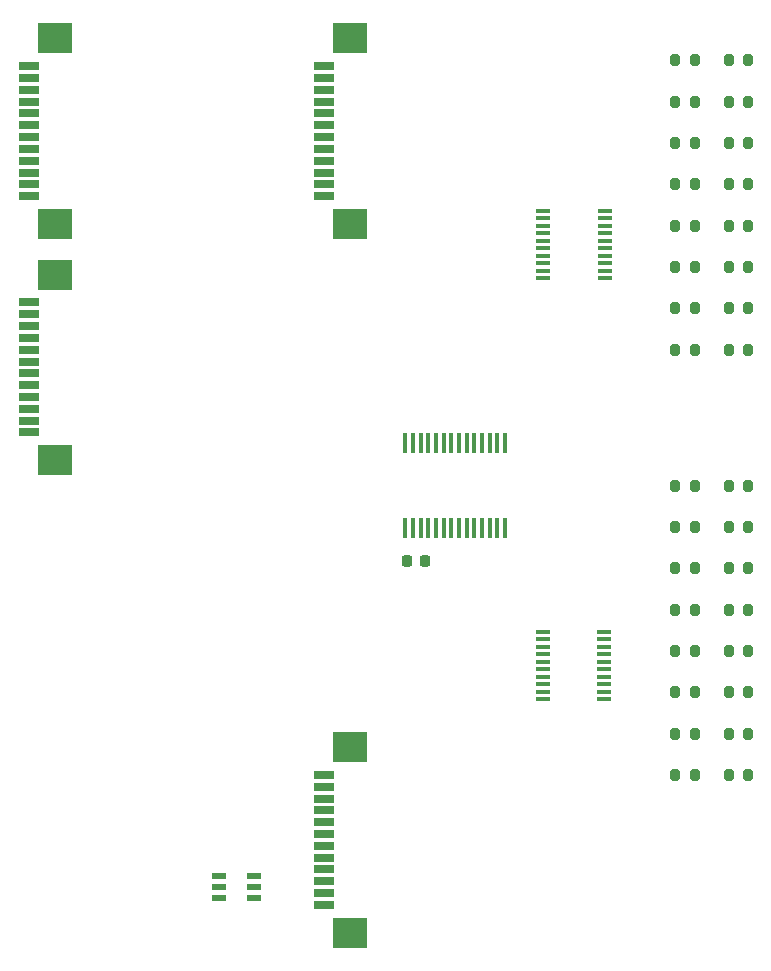
<source format=gbr>
%TF.GenerationSoftware,KiCad,Pcbnew,9.0.2*%
%TF.CreationDate,2025-06-20T11:17:31+03:00*%
%TF.ProjectId,PMCNV-DI16sink,504d434e-562d-4444-9931-3673696e6b2e,rev?*%
%TF.SameCoordinates,Original*%
%TF.FileFunction,Paste,Top*%
%TF.FilePolarity,Positive*%
%FSLAX46Y46*%
G04 Gerber Fmt 4.6, Leading zero omitted, Abs format (unit mm)*
G04 Created by KiCad (PCBNEW 9.0.2) date 2025-06-20 11:17:31*
%MOMM*%
%LPD*%
G01*
G04 APERTURE LIST*
G04 Aperture macros list*
%AMRoundRect*
0 Rectangle with rounded corners*
0 $1 Rounding radius*
0 $2 $3 $4 $5 $6 $7 $8 $9 X,Y pos of 4 corners*
0 Add a 4 corners polygon primitive as box body*
4,1,4,$2,$3,$4,$5,$6,$7,$8,$9,$2,$3,0*
0 Add four circle primitives for the rounded corners*
1,1,$1+$1,$2,$3*
1,1,$1+$1,$4,$5*
1,1,$1+$1,$6,$7*
1,1,$1+$1,$8,$9*
0 Add four rect primitives between the rounded corners*
20,1,$1+$1,$2,$3,$4,$5,0*
20,1,$1+$1,$4,$5,$6,$7,0*
20,1,$1+$1,$6,$7,$8,$9,0*
20,1,$1+$1,$8,$9,$2,$3,0*%
G04 Aperture macros list end*
%ADD10RoundRect,0.200000X-0.200000X-0.275000X0.200000X-0.275000X0.200000X0.275000X-0.200000X0.275000X0*%
%ADD11R,1.803400X0.635000*%
%ADD12R,2.997200X2.590800*%
%ADD13R,1.181100X0.558800*%
%ADD14R,1.200000X0.400000*%
%ADD15RoundRect,0.225000X0.225000X0.250000X-0.225000X0.250000X-0.225000X-0.250000X0.225000X-0.250000X0*%
%ADD16R,0.431800X1.655601*%
G04 APERTURE END LIST*
D10*
%TO.C,R31*%
X25675000Y-21000000D03*
X27325000Y-21000000D03*
%TD*%
D11*
%TO.C,JM3*%
X-33556000Y4500008D03*
X-33556000Y5500006D03*
X-33556000Y6500004D03*
X-33556000Y7500002D03*
X-33556000Y8500000D03*
X-33556000Y9500000D03*
X-33556000Y10500000D03*
X-33556000Y11500000D03*
X-33556000Y12499998D03*
X-33556000Y13499996D03*
X-33556000Y14499994D03*
X-33556000Y15499992D03*
D12*
X-31385999Y2149997D03*
X-31385999Y17850003D03*
%TD*%
D11*
%TO.C,JM1*%
X-33556000Y24500008D03*
X-33556000Y25500006D03*
X-33556000Y26500004D03*
X-33556000Y27500002D03*
X-33556000Y28500000D03*
X-33556000Y29500000D03*
X-33556000Y30500000D03*
X-33556000Y31500000D03*
X-33556000Y32499998D03*
X-33556000Y33499996D03*
X-33556000Y34499994D03*
X-33556000Y35499992D03*
D12*
X-31385999Y22149997D03*
X-31385999Y37850003D03*
%TD*%
D13*
%TO.C,U4*%
X-17466850Y-33049999D03*
X-17466850Y-34000000D03*
X-17466850Y-34950001D03*
X-14533150Y-34950001D03*
X-14533150Y-34000000D03*
X-14533150Y-33049999D03*
%TD*%
D10*
%TO.C,R16*%
X25675000Y11500000D03*
X27325000Y11500000D03*
%TD*%
%TO.C,R13*%
X21175000Y15000000D03*
X22825000Y15000000D03*
%TD*%
%TO.C,R18*%
X21175000Y-3500000D03*
X22825000Y-3500000D03*
%TD*%
%TO.C,R28*%
X25675000Y-10500000D03*
X27325000Y-10500000D03*
%TD*%
D14*
%TO.C,U5*%
X15200000Y17550000D03*
X15200000Y18185000D03*
X15200000Y18820000D03*
X15200000Y19455000D03*
X15200000Y20090000D03*
X15200000Y20725000D03*
X15200000Y21360000D03*
X15200000Y21995000D03*
X15200000Y22630000D03*
X15200000Y23265000D03*
X10000000Y23265000D03*
X10000000Y22630000D03*
X10000000Y21995000D03*
X10000000Y21360000D03*
X10000000Y20725000D03*
X10000000Y20090000D03*
X10000000Y19455000D03*
X10000000Y18820000D03*
X10000000Y18185000D03*
X10000000Y17550000D03*
%TD*%
D10*
%TO.C,R4*%
X25675000Y32500000D03*
X27325000Y32500000D03*
%TD*%
%TO.C,R24*%
X21175000Y-24500000D03*
X22825000Y-24500000D03*
%TD*%
%TO.C,R23*%
X21175000Y-21000000D03*
X22825000Y-21000000D03*
%TD*%
%TO.C,R11*%
X21175000Y18500000D03*
X22825000Y18500000D03*
%TD*%
%TO.C,R2*%
X25675000Y36000000D03*
X27325000Y36000000D03*
%TD*%
D15*
%TO.C,C1*%
X-20000Y-6350000D03*
X-1570000Y-6350000D03*
%TD*%
D10*
%TO.C,R20*%
X21175000Y-10500000D03*
X22825000Y-10500000D03*
%TD*%
D16*
%TO.C,U1*%
X6745000Y3627801D03*
X6094999Y3627801D03*
X5445000Y3627801D03*
X4794999Y3627801D03*
X4145001Y3627801D03*
X3494999Y3627801D03*
X2845001Y3627801D03*
X2195002Y3627801D03*
X1545001Y3627801D03*
X895002Y3627801D03*
X245001Y3627801D03*
X-404998Y3627801D03*
X-1054999Y3627801D03*
X-1704998Y3627801D03*
X-1705000Y-3627801D03*
X-1054999Y-3627801D03*
X-405000Y-3627801D03*
X245001Y-3627801D03*
X894999Y-3627801D03*
X1545001Y-3627801D03*
X2194999Y-3627801D03*
X2845001Y-3627801D03*
X3494999Y-3627801D03*
X4145001Y-3627801D03*
X4794999Y-3627801D03*
X5445000Y-3627801D03*
X6094999Y-3627801D03*
X6745000Y-3627801D03*
%TD*%
D10*
%TO.C,R5*%
X21175000Y29000000D03*
X22825000Y29000000D03*
%TD*%
D11*
%TO.C,J12*%
X-8556000Y24500008D03*
X-8556000Y25500006D03*
X-8556000Y26500004D03*
X-8556000Y27500002D03*
X-8556000Y28500000D03*
X-8556000Y29500000D03*
X-8556000Y30500000D03*
X-8556000Y31500000D03*
X-8556000Y32499998D03*
X-8556000Y33499996D03*
X-8556000Y34499994D03*
X-8556000Y35499992D03*
D12*
X-6385999Y22149997D03*
X-6385999Y37850003D03*
%TD*%
D10*
%TO.C,R3*%
X21175000Y32500000D03*
X22825000Y32500000D03*
%TD*%
%TO.C,R26*%
X25675000Y-3500000D03*
X27325000Y-3500000D03*
%TD*%
%TO.C,R7*%
X21175000Y25500000D03*
X22825000Y25500000D03*
%TD*%
%TO.C,R17*%
X21175000Y0D03*
X22825000Y0D03*
%TD*%
%TO.C,R32*%
X25675000Y-24500000D03*
X27325000Y-24500000D03*
%TD*%
%TO.C,R8*%
X25675000Y25500000D03*
X27325000Y25500000D03*
%TD*%
%TO.C,R30*%
X25675000Y-17500000D03*
X27325000Y-17500000D03*
%TD*%
%TO.C,R6*%
X25675000Y29000000D03*
X27325000Y29000000D03*
%TD*%
%TO.C,R1*%
X21175000Y36000000D03*
X22825000Y36000000D03*
%TD*%
%TO.C,R22*%
X21175000Y-17500000D03*
X22825000Y-17500000D03*
%TD*%
D11*
%TO.C,J2*%
X-8556000Y-35499992D03*
X-8556000Y-34499994D03*
X-8556000Y-33499996D03*
X-8556000Y-32499998D03*
X-8556000Y-31500000D03*
X-8556000Y-30500000D03*
X-8556000Y-29500000D03*
X-8556000Y-28500000D03*
X-8556000Y-27500002D03*
X-8556000Y-26500004D03*
X-8556000Y-25500006D03*
X-8556000Y-24500008D03*
D12*
X-6385999Y-37850003D03*
X-6385999Y-22149997D03*
%TD*%
D10*
%TO.C,R10*%
X25675000Y22000000D03*
X27325000Y22000000D03*
%TD*%
%TO.C,R14*%
X25675000Y15000000D03*
X27325000Y15000000D03*
%TD*%
D14*
%TO.C,U3*%
X15140000Y-18097500D03*
X15140000Y-17462500D03*
X15140000Y-16827500D03*
X15140000Y-16192500D03*
X15140000Y-15557500D03*
X15140000Y-14922500D03*
X15140000Y-14287500D03*
X15140000Y-13652500D03*
X15140000Y-13017500D03*
X15140000Y-12382500D03*
X9940000Y-12382500D03*
X9940000Y-13017500D03*
X9940000Y-13652500D03*
X9940000Y-14287500D03*
X9940000Y-14922500D03*
X9940000Y-15557500D03*
X9940000Y-16192500D03*
X9940000Y-16827500D03*
X9940000Y-17462500D03*
X9940000Y-18097500D03*
%TD*%
D10*
%TO.C,R12*%
X25675000Y18500000D03*
X27325000Y18500000D03*
%TD*%
%TO.C,R9*%
X21175000Y22000000D03*
X22825000Y22000000D03*
%TD*%
%TO.C,R19*%
X21175000Y-7000000D03*
X22825000Y-7000000D03*
%TD*%
%TO.C,R27*%
X25675000Y-7000000D03*
X27325000Y-7000000D03*
%TD*%
%TO.C,R25*%
X25675000Y0D03*
X27325000Y0D03*
%TD*%
%TO.C,R21*%
X21175000Y-14000000D03*
X22825000Y-14000000D03*
%TD*%
%TO.C,R29*%
X25675000Y-14000000D03*
X27325000Y-14000000D03*
%TD*%
%TO.C,R15*%
X21175000Y11500000D03*
X22825000Y11500000D03*
%TD*%
M02*

</source>
